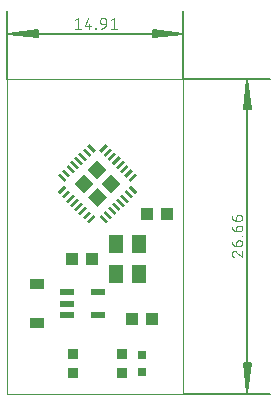
<source format=gtp>
G75*
%MOIN*%
%OFA0B0*%
%FSLAX25Y25*%
%IPPOS*%
%LPD*%
%AMOC8*
5,1,8,0,0,1.08239X$1,22.5*
%
%ADD10C,0.00000*%
%ADD11C,0.00512*%
%ADD12C,0.00400*%
%ADD13R,0.04882X0.05906*%
%ADD14R,0.04232X0.03937*%
%ADD15R,0.04803X0.03583*%
%ADD16R,0.00984X0.03150*%
%ADD17R,0.04500X0.04500*%
%ADD18R,0.03150X0.03150*%
%ADD19R,0.03543X0.03543*%
%ADD20R,0.04724X0.02165*%
D10*
X0007053Y0016441D02*
X0007053Y0121401D01*
X0065754Y0121401D01*
X0065754Y0016441D01*
X0007053Y0016441D01*
D11*
X0065754Y0016441D02*
X0094730Y0016441D01*
X0087053Y0016697D02*
X0088077Y0026677D01*
X0088310Y0026677D02*
X0087053Y0016697D01*
X0086030Y0026677D01*
X0085796Y0026677D02*
X0088310Y0026677D01*
X0087565Y0026677D02*
X0087053Y0016697D01*
X0086542Y0026677D01*
X0085796Y0026677D02*
X0087053Y0016697D01*
X0087053Y0121145D01*
X0088077Y0111165D01*
X0088310Y0111165D02*
X0087053Y0121145D01*
X0086030Y0111165D01*
X0085796Y0111165D02*
X0088310Y0111165D01*
X0087565Y0111165D02*
X0087053Y0121145D01*
X0086542Y0111165D01*
X0085796Y0111165D02*
X0087053Y0121145D01*
X0094730Y0121401D02*
X0065754Y0121401D01*
X0065754Y0144118D01*
X0065498Y0136441D02*
X0055518Y0135417D01*
X0055518Y0135184D02*
X0065498Y0136441D01*
X0055518Y0137464D01*
X0055518Y0137698D02*
X0055518Y0135184D01*
X0055518Y0135929D02*
X0065498Y0136441D01*
X0055518Y0136952D01*
X0055518Y0137698D02*
X0065498Y0136441D01*
X0007309Y0136441D01*
X0017290Y0135417D01*
X0017290Y0135184D02*
X0007309Y0136441D01*
X0017290Y0137464D01*
X0017290Y0137698D02*
X0017290Y0135184D01*
X0017290Y0135929D02*
X0007309Y0136441D01*
X0017290Y0136952D01*
X0017290Y0137698D02*
X0007309Y0136441D01*
X0007053Y0144118D02*
X0007053Y0121401D01*
D12*
X0029488Y0138137D02*
X0031453Y0138137D01*
X0030470Y0138137D02*
X0030470Y0141674D01*
X0029488Y0140888D01*
X0033031Y0138923D02*
X0034996Y0138923D01*
X0034406Y0139709D02*
X0034406Y0138137D01*
X0033031Y0138923D02*
X0033817Y0141674D01*
X0036395Y0138333D02*
X0036592Y0138333D01*
X0036592Y0138137D01*
X0036395Y0138137D01*
X0036395Y0138333D01*
X0038385Y0138137D02*
X0038462Y0138139D01*
X0038539Y0138145D01*
X0038616Y0138154D01*
X0038692Y0138167D01*
X0038767Y0138184D01*
X0038841Y0138205D01*
X0038915Y0138229D01*
X0038987Y0138257D01*
X0039057Y0138288D01*
X0039126Y0138323D01*
X0039193Y0138361D01*
X0039258Y0138402D01*
X0039321Y0138446D01*
X0039382Y0138494D01*
X0039441Y0138544D01*
X0039497Y0138597D01*
X0039550Y0138653D01*
X0039600Y0138712D01*
X0039648Y0138773D01*
X0039692Y0138836D01*
X0039733Y0138901D01*
X0039771Y0138968D01*
X0039806Y0139037D01*
X0039837Y0139107D01*
X0039865Y0139179D01*
X0039889Y0139253D01*
X0039910Y0139327D01*
X0039927Y0139402D01*
X0039940Y0139478D01*
X0039949Y0139555D01*
X0039955Y0139632D01*
X0039957Y0139709D01*
X0039957Y0140691D01*
X0039957Y0139709D02*
X0038778Y0139709D01*
X0038724Y0139711D01*
X0038671Y0139716D01*
X0038618Y0139725D01*
X0038566Y0139738D01*
X0038515Y0139754D01*
X0038465Y0139774D01*
X0038416Y0139797D01*
X0038370Y0139823D01*
X0038325Y0139853D01*
X0038282Y0139885D01*
X0038242Y0139921D01*
X0038204Y0139959D01*
X0038168Y0139999D01*
X0038136Y0140042D01*
X0038106Y0140087D01*
X0038080Y0140133D01*
X0038057Y0140182D01*
X0038037Y0140232D01*
X0038021Y0140283D01*
X0038008Y0140335D01*
X0037999Y0140388D01*
X0037994Y0140441D01*
X0037992Y0140495D01*
X0037992Y0140691D01*
X0037994Y0140753D01*
X0038000Y0140814D01*
X0038009Y0140875D01*
X0038023Y0140935D01*
X0038040Y0140994D01*
X0038061Y0141052D01*
X0038085Y0141109D01*
X0038113Y0141164D01*
X0038145Y0141217D01*
X0038180Y0141268D01*
X0038217Y0141317D01*
X0038258Y0141363D01*
X0038302Y0141407D01*
X0038348Y0141448D01*
X0038397Y0141485D01*
X0038448Y0141520D01*
X0038501Y0141552D01*
X0038556Y0141580D01*
X0038613Y0141604D01*
X0038671Y0141625D01*
X0038730Y0141642D01*
X0038790Y0141656D01*
X0038851Y0141665D01*
X0038912Y0141671D01*
X0038974Y0141673D01*
X0039036Y0141671D01*
X0039097Y0141665D01*
X0039158Y0141656D01*
X0039218Y0141642D01*
X0039277Y0141625D01*
X0039335Y0141604D01*
X0039392Y0141580D01*
X0039447Y0141552D01*
X0039500Y0141520D01*
X0039551Y0141485D01*
X0039600Y0141448D01*
X0039646Y0141407D01*
X0039690Y0141363D01*
X0039731Y0141317D01*
X0039768Y0141268D01*
X0039803Y0141217D01*
X0039835Y0141164D01*
X0039863Y0141109D01*
X0039887Y0141052D01*
X0039908Y0140994D01*
X0039925Y0140935D01*
X0039939Y0140875D01*
X0039948Y0140814D01*
X0039954Y0140753D01*
X0039956Y0140691D01*
X0041535Y0140888D02*
X0042517Y0141674D01*
X0042517Y0138137D01*
X0041535Y0138137D02*
X0043500Y0138137D01*
X0081820Y0075624D02*
X0081822Y0075547D01*
X0081828Y0075470D01*
X0081837Y0075393D01*
X0081850Y0075317D01*
X0081867Y0075242D01*
X0081888Y0075168D01*
X0081912Y0075094D01*
X0081940Y0075022D01*
X0081971Y0074952D01*
X0082006Y0074883D01*
X0082044Y0074816D01*
X0082085Y0074751D01*
X0082129Y0074688D01*
X0082177Y0074627D01*
X0082227Y0074568D01*
X0082280Y0074512D01*
X0082336Y0074459D01*
X0082395Y0074409D01*
X0082456Y0074361D01*
X0082519Y0074317D01*
X0082584Y0074276D01*
X0082651Y0074238D01*
X0082720Y0074203D01*
X0082790Y0074172D01*
X0082862Y0074144D01*
X0082936Y0074120D01*
X0083010Y0074099D01*
X0083085Y0074082D01*
X0083161Y0074069D01*
X0083238Y0074060D01*
X0083315Y0074054D01*
X0083392Y0074052D01*
X0084375Y0074052D01*
X0084437Y0074054D01*
X0084498Y0074060D01*
X0084559Y0074069D01*
X0084619Y0074083D01*
X0084679Y0074100D01*
X0084737Y0074121D01*
X0084794Y0074146D01*
X0084849Y0074174D01*
X0084902Y0074205D01*
X0084953Y0074240D01*
X0085002Y0074278D01*
X0085048Y0074318D01*
X0085092Y0074362D01*
X0085132Y0074408D01*
X0085170Y0074457D01*
X0085205Y0074508D01*
X0085236Y0074561D01*
X0085264Y0074616D01*
X0085289Y0074673D01*
X0085310Y0074731D01*
X0085327Y0074791D01*
X0085341Y0074851D01*
X0085350Y0074912D01*
X0085356Y0074973D01*
X0085358Y0075035D01*
X0085356Y0075097D01*
X0085350Y0075158D01*
X0085341Y0075219D01*
X0085327Y0075279D01*
X0085310Y0075339D01*
X0085289Y0075397D01*
X0085264Y0075454D01*
X0085236Y0075509D01*
X0085205Y0075562D01*
X0085170Y0075613D01*
X0085132Y0075662D01*
X0085092Y0075708D01*
X0085048Y0075752D01*
X0085002Y0075792D01*
X0084953Y0075830D01*
X0084902Y0075865D01*
X0084849Y0075896D01*
X0084794Y0075924D01*
X0084737Y0075949D01*
X0084679Y0075970D01*
X0084619Y0075987D01*
X0084559Y0076001D01*
X0084498Y0076010D01*
X0084437Y0076016D01*
X0084375Y0076018D01*
X0084375Y0076017D02*
X0084178Y0076017D01*
X0084124Y0076015D01*
X0084071Y0076010D01*
X0084018Y0076001D01*
X0083966Y0075988D01*
X0083915Y0075972D01*
X0083865Y0075952D01*
X0083816Y0075929D01*
X0083770Y0075903D01*
X0083725Y0075873D01*
X0083682Y0075841D01*
X0083642Y0075805D01*
X0083604Y0075767D01*
X0083568Y0075727D01*
X0083536Y0075684D01*
X0083506Y0075639D01*
X0083480Y0075593D01*
X0083457Y0075544D01*
X0083437Y0075494D01*
X0083421Y0075443D01*
X0083408Y0075391D01*
X0083399Y0075338D01*
X0083394Y0075285D01*
X0083392Y0075231D01*
X0083392Y0074052D01*
X0084178Y0072474D02*
X0084375Y0072474D01*
X0084178Y0072474D02*
X0084124Y0072472D01*
X0084071Y0072467D01*
X0084018Y0072458D01*
X0083966Y0072445D01*
X0083915Y0072429D01*
X0083865Y0072409D01*
X0083816Y0072386D01*
X0083770Y0072360D01*
X0083725Y0072330D01*
X0083682Y0072298D01*
X0083642Y0072262D01*
X0083604Y0072224D01*
X0083568Y0072184D01*
X0083536Y0072141D01*
X0083506Y0072096D01*
X0083480Y0072050D01*
X0083457Y0072001D01*
X0083437Y0071951D01*
X0083421Y0071900D01*
X0083408Y0071848D01*
X0083399Y0071795D01*
X0083394Y0071742D01*
X0083392Y0071688D01*
X0083392Y0070509D01*
X0084375Y0070509D01*
X0084375Y0070508D02*
X0084437Y0070510D01*
X0084498Y0070516D01*
X0084559Y0070525D01*
X0084619Y0070539D01*
X0084679Y0070556D01*
X0084737Y0070577D01*
X0084794Y0070602D01*
X0084849Y0070630D01*
X0084902Y0070661D01*
X0084953Y0070696D01*
X0085002Y0070734D01*
X0085048Y0070774D01*
X0085092Y0070818D01*
X0085132Y0070864D01*
X0085170Y0070913D01*
X0085205Y0070964D01*
X0085236Y0071017D01*
X0085264Y0071072D01*
X0085289Y0071129D01*
X0085310Y0071187D01*
X0085327Y0071247D01*
X0085341Y0071307D01*
X0085350Y0071368D01*
X0085356Y0071429D01*
X0085358Y0071491D01*
X0085356Y0071553D01*
X0085350Y0071614D01*
X0085341Y0071675D01*
X0085327Y0071735D01*
X0085310Y0071795D01*
X0085289Y0071853D01*
X0085264Y0071910D01*
X0085236Y0071965D01*
X0085205Y0072018D01*
X0085170Y0072069D01*
X0085132Y0072118D01*
X0085092Y0072164D01*
X0085048Y0072208D01*
X0085002Y0072248D01*
X0084953Y0072286D01*
X0084902Y0072321D01*
X0084849Y0072352D01*
X0084794Y0072380D01*
X0084737Y0072405D01*
X0084679Y0072426D01*
X0084619Y0072443D01*
X0084559Y0072457D01*
X0084498Y0072466D01*
X0084437Y0072472D01*
X0084375Y0072474D01*
X0083392Y0070509D02*
X0083315Y0070511D01*
X0083238Y0070517D01*
X0083161Y0070526D01*
X0083085Y0070539D01*
X0083010Y0070556D01*
X0082936Y0070577D01*
X0082862Y0070601D01*
X0082790Y0070629D01*
X0082720Y0070660D01*
X0082651Y0070695D01*
X0082584Y0070733D01*
X0082519Y0070774D01*
X0082456Y0070818D01*
X0082395Y0070866D01*
X0082336Y0070916D01*
X0082280Y0070969D01*
X0082227Y0071025D01*
X0082177Y0071084D01*
X0082129Y0071145D01*
X0082085Y0071208D01*
X0082044Y0071273D01*
X0082006Y0071340D01*
X0081971Y0071409D01*
X0081940Y0071479D01*
X0081912Y0071551D01*
X0081888Y0071625D01*
X0081867Y0071699D01*
X0081850Y0071774D01*
X0081837Y0071850D01*
X0081828Y0071927D01*
X0081822Y0072004D01*
X0081820Y0072081D01*
X0085161Y0069109D02*
X0085357Y0069109D01*
X0085357Y0068913D01*
X0085161Y0068913D01*
X0085161Y0069109D01*
X0084375Y0067513D02*
X0084178Y0067513D01*
X0084124Y0067511D01*
X0084071Y0067506D01*
X0084018Y0067497D01*
X0083966Y0067484D01*
X0083915Y0067468D01*
X0083865Y0067448D01*
X0083816Y0067425D01*
X0083770Y0067399D01*
X0083725Y0067369D01*
X0083682Y0067337D01*
X0083642Y0067301D01*
X0083604Y0067263D01*
X0083568Y0067223D01*
X0083536Y0067180D01*
X0083506Y0067135D01*
X0083480Y0067089D01*
X0083457Y0067040D01*
X0083437Y0066990D01*
X0083421Y0066939D01*
X0083408Y0066887D01*
X0083399Y0066834D01*
X0083394Y0066781D01*
X0083392Y0066727D01*
X0083392Y0065548D01*
X0084375Y0065548D01*
X0084437Y0065550D01*
X0084498Y0065556D01*
X0084559Y0065565D01*
X0084619Y0065579D01*
X0084679Y0065596D01*
X0084737Y0065617D01*
X0084794Y0065642D01*
X0084849Y0065670D01*
X0084902Y0065701D01*
X0084953Y0065736D01*
X0085002Y0065774D01*
X0085048Y0065814D01*
X0085092Y0065858D01*
X0085132Y0065904D01*
X0085170Y0065953D01*
X0085205Y0066004D01*
X0085236Y0066057D01*
X0085264Y0066112D01*
X0085289Y0066169D01*
X0085310Y0066227D01*
X0085327Y0066287D01*
X0085341Y0066347D01*
X0085350Y0066408D01*
X0085356Y0066469D01*
X0085358Y0066531D01*
X0085356Y0066593D01*
X0085350Y0066654D01*
X0085341Y0066715D01*
X0085327Y0066775D01*
X0085310Y0066835D01*
X0085289Y0066893D01*
X0085264Y0066950D01*
X0085236Y0067005D01*
X0085205Y0067058D01*
X0085170Y0067109D01*
X0085132Y0067158D01*
X0085092Y0067204D01*
X0085048Y0067248D01*
X0085002Y0067288D01*
X0084953Y0067326D01*
X0084902Y0067361D01*
X0084849Y0067392D01*
X0084794Y0067420D01*
X0084737Y0067445D01*
X0084679Y0067466D01*
X0084619Y0067483D01*
X0084559Y0067497D01*
X0084498Y0067506D01*
X0084437Y0067512D01*
X0084375Y0067514D01*
X0083392Y0065548D02*
X0083315Y0065550D01*
X0083238Y0065556D01*
X0083161Y0065565D01*
X0083085Y0065578D01*
X0083010Y0065595D01*
X0082936Y0065616D01*
X0082862Y0065640D01*
X0082790Y0065668D01*
X0082720Y0065699D01*
X0082651Y0065734D01*
X0082584Y0065772D01*
X0082519Y0065813D01*
X0082456Y0065857D01*
X0082395Y0065905D01*
X0082336Y0065955D01*
X0082280Y0066008D01*
X0082227Y0066064D01*
X0082177Y0066123D01*
X0082129Y0066184D01*
X0082085Y0066247D01*
X0082044Y0066312D01*
X0082006Y0066379D01*
X0081971Y0066448D01*
X0081940Y0066518D01*
X0081912Y0066590D01*
X0081888Y0066664D01*
X0081867Y0066738D01*
X0081850Y0066813D01*
X0081837Y0066889D01*
X0081828Y0066966D01*
X0081822Y0067043D01*
X0081820Y0067120D01*
X0083392Y0063675D02*
X0085357Y0062005D01*
X0085357Y0063970D01*
X0082606Y0062005D02*
X0082545Y0062027D01*
X0082485Y0062052D01*
X0082427Y0062081D01*
X0082370Y0062113D01*
X0082315Y0062148D01*
X0082263Y0062186D01*
X0082213Y0062227D01*
X0082165Y0062271D01*
X0082120Y0062317D01*
X0082077Y0062366D01*
X0082037Y0062418D01*
X0082001Y0062471D01*
X0081967Y0062527D01*
X0081937Y0062584D01*
X0081910Y0062643D01*
X0081886Y0062704D01*
X0081866Y0062766D01*
X0081850Y0062829D01*
X0081837Y0062892D01*
X0081827Y0062956D01*
X0081822Y0063021D01*
X0081820Y0063086D01*
X0081821Y0063086D02*
X0081823Y0063144D01*
X0081829Y0063201D01*
X0081838Y0063258D01*
X0081851Y0063315D01*
X0081868Y0063370D01*
X0081888Y0063424D01*
X0081912Y0063477D01*
X0081939Y0063528D01*
X0081970Y0063577D01*
X0082004Y0063624D01*
X0082040Y0063669D01*
X0082080Y0063711D01*
X0082122Y0063751D01*
X0082167Y0063787D01*
X0082214Y0063821D01*
X0082263Y0063852D01*
X0082314Y0063879D01*
X0082367Y0063903D01*
X0082421Y0063923D01*
X0082476Y0063940D01*
X0082533Y0063953D01*
X0082590Y0063962D01*
X0082647Y0063968D01*
X0082705Y0063970D01*
X0082764Y0063968D01*
X0082823Y0063963D01*
X0082881Y0063953D01*
X0082939Y0063941D01*
X0082996Y0063924D01*
X0083052Y0063904D01*
X0083106Y0063881D01*
X0083159Y0063854D01*
X0083210Y0063825D01*
X0083259Y0063792D01*
X0083306Y0063756D01*
X0083351Y0063717D01*
X0083393Y0063675D01*
D13*
X0050793Y0066441D03*
X0043313Y0066441D03*
X0043313Y0056441D03*
X0050793Y0056441D03*
D14*
X0048707Y0041441D03*
X0055400Y0041441D03*
X0035400Y0061441D03*
X0028707Y0061441D03*
X0053707Y0076441D03*
X0060400Y0076441D03*
D15*
X0017053Y0052887D03*
X0017053Y0039994D03*
D16*
G36*
X0035730Y0076070D02*
X0036426Y0075374D01*
X0034200Y0073148D01*
X0033504Y0073844D01*
X0035730Y0076070D01*
G37*
G36*
X0034338Y0077462D02*
X0035034Y0076766D01*
X0032808Y0074540D01*
X0032112Y0075236D01*
X0034338Y0077462D01*
G37*
G36*
X0032947Y0078854D02*
X0033643Y0078158D01*
X0031417Y0075932D01*
X0030721Y0076628D01*
X0032947Y0078854D01*
G37*
G36*
X0031555Y0080246D02*
X0032251Y0079550D01*
X0030025Y0077324D01*
X0029329Y0078020D01*
X0031555Y0080246D01*
G37*
G36*
X0030163Y0081638D02*
X0030859Y0080942D01*
X0028633Y0078716D01*
X0027937Y0079412D01*
X0030163Y0081638D01*
G37*
G36*
X0028771Y0083030D02*
X0029467Y0082334D01*
X0027241Y0080108D01*
X0026545Y0080804D01*
X0028771Y0083030D01*
G37*
G36*
X0027379Y0084422D02*
X0028075Y0083726D01*
X0025849Y0081500D01*
X0025153Y0082196D01*
X0027379Y0084422D01*
G37*
G36*
X0025987Y0085814D02*
X0026683Y0085118D01*
X0024457Y0082892D01*
X0023761Y0083588D01*
X0025987Y0085814D01*
G37*
G36*
X0026683Y0087764D02*
X0025987Y0087068D01*
X0023761Y0089294D01*
X0024457Y0089990D01*
X0026683Y0087764D01*
G37*
G36*
X0028075Y0089155D02*
X0027379Y0088459D01*
X0025153Y0090685D01*
X0025849Y0091381D01*
X0028075Y0089155D01*
G37*
G36*
X0029467Y0090547D02*
X0028771Y0089851D01*
X0026545Y0092077D01*
X0027241Y0092773D01*
X0029467Y0090547D01*
G37*
G36*
X0030859Y0091939D02*
X0030163Y0091243D01*
X0027937Y0093469D01*
X0028633Y0094165D01*
X0030859Y0091939D01*
G37*
G36*
X0032251Y0093331D02*
X0031555Y0092635D01*
X0029329Y0094861D01*
X0030025Y0095557D01*
X0032251Y0093331D01*
G37*
G36*
X0033643Y0094723D02*
X0032947Y0094027D01*
X0030721Y0096253D01*
X0031417Y0096949D01*
X0033643Y0094723D01*
G37*
G36*
X0035034Y0096115D02*
X0034338Y0095419D01*
X0032112Y0097645D01*
X0032808Y0098341D01*
X0035034Y0096115D01*
G37*
G36*
X0036426Y0097507D02*
X0035730Y0096811D01*
X0033504Y0099037D01*
X0034200Y0099733D01*
X0036426Y0097507D01*
G37*
G36*
X0038376Y0096811D02*
X0037680Y0097507D01*
X0039906Y0099733D01*
X0040602Y0099037D01*
X0038376Y0096811D01*
G37*
G36*
X0039768Y0095419D02*
X0039072Y0096115D01*
X0041298Y0098341D01*
X0041994Y0097645D01*
X0039768Y0095419D01*
G37*
G36*
X0041160Y0094027D02*
X0040464Y0094723D01*
X0042690Y0096949D01*
X0043386Y0096253D01*
X0041160Y0094027D01*
G37*
G36*
X0042552Y0092635D02*
X0041856Y0093331D01*
X0044082Y0095557D01*
X0044778Y0094861D01*
X0042552Y0092635D01*
G37*
G36*
X0043944Y0091243D02*
X0043248Y0091939D01*
X0045474Y0094165D01*
X0046170Y0093469D01*
X0043944Y0091243D01*
G37*
G36*
X0045336Y0089851D02*
X0044640Y0090547D01*
X0046866Y0092773D01*
X0047562Y0092077D01*
X0045336Y0089851D01*
G37*
G36*
X0046728Y0088459D02*
X0046032Y0089155D01*
X0048258Y0091381D01*
X0048954Y0090685D01*
X0046728Y0088459D01*
G37*
G36*
X0048120Y0087068D02*
X0047424Y0087764D01*
X0049650Y0089990D01*
X0050346Y0089294D01*
X0048120Y0087068D01*
G37*
G36*
X0047424Y0085118D02*
X0048120Y0085814D01*
X0050346Y0083588D01*
X0049650Y0082892D01*
X0047424Y0085118D01*
G37*
G36*
X0046032Y0083726D02*
X0046728Y0084422D01*
X0048954Y0082196D01*
X0048258Y0081500D01*
X0046032Y0083726D01*
G37*
G36*
X0044640Y0082334D02*
X0045336Y0083030D01*
X0047562Y0080804D01*
X0046866Y0080108D01*
X0044640Y0082334D01*
G37*
G36*
X0043248Y0080942D02*
X0043944Y0081638D01*
X0046170Y0079412D01*
X0045474Y0078716D01*
X0043248Y0080942D01*
G37*
G36*
X0041856Y0079550D02*
X0042552Y0080246D01*
X0044778Y0078020D01*
X0044082Y0077324D01*
X0041856Y0079550D01*
G37*
G36*
X0040464Y0078158D02*
X0041160Y0078854D01*
X0043386Y0076628D01*
X0042690Y0075932D01*
X0040464Y0078158D01*
G37*
G36*
X0039072Y0076766D02*
X0039768Y0077462D01*
X0041994Y0075236D01*
X0041298Y0074540D01*
X0039072Y0076766D01*
G37*
G36*
X0037680Y0075374D02*
X0038376Y0076070D01*
X0040602Y0073844D01*
X0039906Y0073148D01*
X0037680Y0075374D01*
G37*
D17*
G36*
X0040234Y0081844D02*
X0037053Y0078663D01*
X0033872Y0081844D01*
X0037053Y0085025D01*
X0040234Y0081844D01*
G37*
G36*
X0044831Y0086441D02*
X0041650Y0083260D01*
X0038469Y0086441D01*
X0041650Y0089622D01*
X0044831Y0086441D01*
G37*
G36*
X0040234Y0091037D02*
X0037053Y0087856D01*
X0033872Y0091037D01*
X0037053Y0094218D01*
X0040234Y0091037D01*
G37*
G36*
X0035638Y0086441D02*
X0032457Y0083260D01*
X0029276Y0086441D01*
X0032457Y0089622D01*
X0035638Y0086441D01*
G37*
D18*
X0052053Y0029393D03*
X0052053Y0023488D03*
D19*
X0045124Y0023291D03*
X0045124Y0029590D03*
X0028982Y0029590D03*
X0028982Y0023291D03*
D20*
X0026935Y0042700D03*
X0026935Y0046441D03*
X0026935Y0050181D03*
X0037172Y0050181D03*
X0037172Y0042700D03*
M02*

</source>
